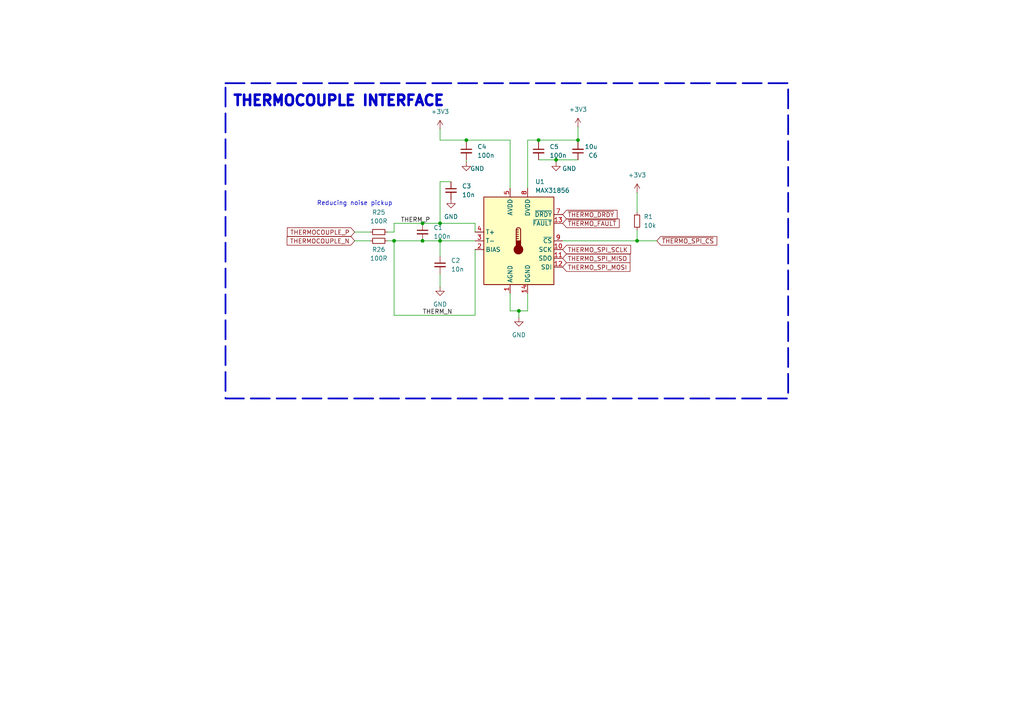
<source format=kicad_sch>
(kicad_sch (version 20231120) (generator "eeschema") (generator_version "8.0")
  (paper "A4")
  (title_block (title "ElectroDonkey Reflow Master") (date "2024-06-04") (rev "V1") (company "Electrodonkey") (comment 1 "CC-BY-SA 4.0"))
  (lib_symbols
    (symbol "Device:C_Small" (pin_numbers hide) (pin_names (offset 0.254) hide)
      (property "Reference" "C" (at 0.254 1.778 0))
      (property "Value" "C_Small" (at 0.254 -2.032 0))
      (symbol "C_Small_0_1"
        (polyline (pts (xy -1.524 -0.508) (xy 1.524 -0.508)) (stroke (width 0.3302)))
        (polyline (pts (xy -1.524 0.508) (xy 1.524 0.508)) (stroke (width 0.3048)))
      )
      (symbol "C_Small_1_1"
        (pin passive line (at 0 2.54 270) (length 2.032) (name "~") (number "1"))
        (pin passive line (at 0 -2.54 90) (length 2.032) (name "~") (number "2"))
      )
    )
    (symbol "Device:R_Small" (pin_numbers hide) (pin_names (offset 0.254) hide)
      (property "Reference" "R" (at 0.762 0.508 0))
      (property "Value" "R_Small" (at 0.762 -1.016 0))
      (symbol "R_Small_0_1"
        (rectangle (start -0.762 1.778) (end 0.762 -1.778) (stroke (width 0.2032)))
      )
      (symbol "R_Small_1_1"
        (pin passive line (at 0 2.54 270) (length 0.762) (name "~") (number "1"))
        (pin passive line (at 0 -2.54 90) (length 0.762) (name "~") (number "2"))
      )
    )
    (symbol "Sensor_Temperature:MAX31856"
      (property "Reference" "U" (at -7.62 13.97 0))
      (property "Value" "MAX31856" (at 13.97 13.97 0))
      (symbol "MAX31856_0_1"
        (rectangle (start -10.16 12.7) (end 10.16 -12.7) (stroke (width 0.254)) (fill (type background)))
        (circle (center -0.127 -2.54) (radius 1.27) (stroke (width 0.254)) (fill (type outline)))
        (polyline (pts (xy -0.762 0.635) (xy -0.127 0.635)) (stroke (width 0.254)))
        (polyline (pts (xy -0.762 1.27) (xy -0.127 1.27)) (stroke (width 0.254)))
        (polyline (pts (xy -0.762 1.905) (xy -0.127 1.905)) (stroke (width 0.254)))
        (polyline (pts (xy -0.762 2.54) (xy -0.127 2.54)) (stroke (width 0.254)))
        (polyline (pts (xy -0.762 3.175) (xy -0.762 0)) (stroke (width 0.254)))
        (polyline (pts (xy -0.762 3.175) (xy -0.127 3.175)) (stroke (width 0.254)))
        (polyline (pts (xy 0.508 3.175) (xy 0.508 0)) (stroke (width 0.254)))
        (rectangle (start 0.508 -1.905) (end -0.762 0) (stroke (width 0.254)) (fill (type outline)))
        (arc (start 0.508 3.175) (mid -0.127 3.8073) (end -0.762 3.175) (stroke (width 0.254)))
      )
      (symbol "MAX31856_1_1"
        (pin power_in line (at -2.54 -15.24 90) (length 2.54) (name "AGND") (number "1"))
        (pin input line (at 12.7 -2.54 180) (length 2.54) (name "SCK") (number "10"))
        (pin output line (at 12.7 -5.08 180) (length 2.54) (name "SDO") (number "11"))
        (pin input line (at 12.7 -7.62 180) (length 2.54) (name "SDI") (number "12"))
        (pin output line (at 12.7 5.08 180) (length 2.54) (name "~{FAULT}") (number "13"))
        (pin power_in line (at 2.54 -15.24 90) (length 2.54) (name "DGND") (number "14"))
        (pin input line (at -12.7 -2.54 0) (length 2.54) (name "BIAS") (number "2"))
        (pin input line (at -12.7 0 0) (length 2.54) (name "T-") (number "3"))
        (pin input line (at -12.7 2.54 0) (length 2.54) (name "T+") (number "4"))
        (pin power_in line (at -2.54 15.24 270) (length 2.54) (name "AVDD") (number "5"))
        (pin no_connect line (at -10.16 -7.62 0) (length 2.54) hide (name "DNC") (number "6"))
        (pin output line (at 12.7 7.62 180) (length 2.54) (name "~{DRDY}") (number "7"))
        (pin power_in line (at 2.54 15.24 270) (length 2.54) (name "DVDD") (number "8"))
        (pin input line (at 12.7 0 180) (length 2.54) (name "~{CS}") (number "9"))
      )
    )
    (symbol "power:+3V3" (power) (pin_numbers hide) (pin_names (offset 0) hide)
      (property "Value" "+3V3" (at 0 3.556 0))
      (symbol "+3V3_0_1"
        (polyline (pts (xy -0.762 1.27) (xy 0 2.54)))
        (polyline (pts (xy 0 0) (xy 0 2.54)))
        (polyline (pts (xy 0 2.54) (xy 0.762 1.27)))
      )
      (symbol "+3V3_1_1"
        (pin power_in line (at 0 0 90) (length 0) (name "~") (number "1"))
      )
    )
    (symbol "power:GND" (power) (pin_numbers hide) (pin_names (offset 0) hide)
      (property "Value" "GND" (at 0 -3.81 0))
      (symbol "GND_0_1"
        (polyline (pts (xy 0 0) (xy 0 -1.27) (xy 1.27 -1.27) (xy 0 -2.54) (xy -1.27 -1.27) (xy 0 -1.27)))
      )
      (symbol "GND_1_1"
        (pin power_in line (at 0 0 270) (length 0) (name "~") (number "1"))
      )
    )
  )
  (junction (at 135.255 40.64))
  (junction (at 127.635 69.85))
  (junction (at 184.785 69.85))
  (junction (at 156.21 40.64))
  (junction (at 122.555 64.77))
  (junction (at 114.3 69.85))
  (junction (at 150.495 90.17))
  (junction (at 161.29 46.355))
  (junction (at 127.635 64.77))
  (junction (at 122.555 69.85))
  (junction (at 167.64 40.64))
  (wire (pts (xy 184.785 69.85) (xy 163.195 69.85)))
  (wire (pts (xy 147.955 40.64) (xy 147.955 54.61)))
  (wire (pts (xy 102.87 69.85) (xy 107.315 69.85)))
  (wire (pts (xy 127.635 69.85) (xy 137.795 69.85)))
  (wire (pts (xy 135.255 46.355) (xy 135.255 46.99)))
  (wire (pts (xy 130.81 52.705) (xy 127.635 52.705)))
  (wire (pts (xy 114.3 69.85) (xy 114.3 91.44)))
  (wire (pts (xy 137.795 64.77) (xy 127.635 64.77)))
  (wire (pts (xy 135.255 40.64) (xy 135.255 41.275)))
  (wire (pts (xy 156.21 40.64) (xy 167.64 40.64)))
  (wire (pts (xy 153.035 90.17) (xy 153.035 85.09)))
  (wire (pts (xy 112.395 67.31) (xy 114.3 67.31)))
  (wire (pts (xy 161.29 46.355) (xy 161.29 46.99)))
  (wire (pts (xy 156.21 40.64) (xy 156.21 41.275)))
  (wire (pts (xy 127.635 79.375) (xy 127.635 83.185)))
  (wire (pts (xy 137.795 91.44) (xy 114.3 91.44)))
  (wire (pts (xy 122.555 69.85) (xy 127.635 69.85)))
  (wire (pts (xy 122.555 64.77) (xy 114.3 64.77)))
  (wire (pts (xy 190.5 69.85) (xy 184.785 69.85)))
  (wire (pts (xy 150.495 90.17) (xy 153.035 90.17)))
  (wire (pts (xy 127.635 74.295) (xy 127.635 69.85)))
  (wire (pts (xy 112.395 69.85) (xy 114.3 69.85)))
  (wire (pts (xy 137.795 67.31) (xy 137.795 64.77)))
  (wire (pts (xy 147.955 90.17) (xy 150.495 90.17)))
  (wire (pts (xy 161.29 46.355) (xy 167.64 46.355)))
  (wire (pts (xy 167.64 36.83) (xy 167.64 40.64)))
  (wire (pts (xy 127.635 40.64) (xy 135.255 40.64)))
  (wire (pts (xy 102.87 67.31) (xy 107.315 67.31)))
  (wire (pts (xy 127.635 64.77) (xy 122.555 64.77)))
  (wire (pts (xy 127.635 37.465) (xy 127.635 40.64)))
  (wire (pts (xy 127.635 52.705) (xy 127.635 64.77)))
  (wire (pts (xy 135.255 40.64) (xy 147.955 40.64)))
  (wire (pts (xy 137.795 91.44) (xy 137.795 72.39)))
  (wire (pts (xy 114.3 64.77) (xy 114.3 67.31)))
  (wire (pts (xy 184.785 66.675) (xy 184.785 69.85)))
  (wire (pts (xy 184.785 55.88) (xy 184.785 61.595)))
  (wire (pts (xy 147.955 85.09) (xy 147.955 90.17)))
  (wire (pts (xy 156.21 46.355) (xy 161.29 46.355)))
  (wire (pts (xy 150.495 90.17) (xy 150.495 92.075)))
  (wire (pts (xy 153.035 40.64) (xy 153.035 54.61)))
  (wire (pts (xy 156.21 40.64) (xy 153.035 40.64)))
  (wire (pts (xy 167.64 40.64) (xy 167.64 41.275)))
  (wire (pts (xy 114.3 69.85) (xy 122.555 69.85)))
  (rectangle (start 65.405 24.13) (end 228.6 115.57) (stroke (width 0.5) (type dash)))
  (text "Reducing noise pickup" (at 102.87 59.055 0) (effects (font (size 1.27 1.27))))
  (text "THERMOCOUPLE INTERFACE" (at 67.31 31.115 0) (effects (font (size 3 3) (thickness 1) (bold yes)) (justify left bottom)))
  (label "THERM_P" (at 116.205 64.77 0))
  (label "THERM_N" (at 122.555 91.44 0))
  (global_label "THERMO_SPI_MOSI" (shape input) (at 163.195 77.47 0) (property "Intersheetrefs" "${INTERSHEET_REFS}" (effects (hide yes))))
  (global_label "~{THERMO_FAULT}" (shape input) (at 163.195 64.77 0) (property "Intersheetrefs" "${INTERSHEET_REFS}" (effects (hide yes))))
  (global_label "~{THERMO_SPI_CS}" (shape input) (at 190.5 69.85 0) (property "Intersheetrefs" "${INTERSHEET_REFS}" (effects (hide yes))))
  (global_label "~{THERMO_DRDY}" (shape input) (at 163.195 62.23 0) (property "Intersheetrefs" "${INTERSHEET_REFS}" (effects (hide yes))))
  (global_label "THERMOCOUPLE_P" (shape input) (at 102.87 67.31 180) (property "Intersheetrefs" "${INTERSHEET_REFS}" (effects (hide yes))))
  (global_label "THERMO_SPI_MISO" (shape input) (at 163.195 74.93 0) (property "Intersheetrefs" "${INTERSHEET_REFS}" (effects (hide yes))))
  (global_label "THERMOCOUPLE_N" (shape input) (at 102.87 69.85 180) (property "Intersheetrefs" "${INTERSHEET_REFS}" (effects (hide yes))))
  (global_label "THERMO_SPI_SCLK" (shape input) (at 163.195 72.39 0) (property "Intersheetrefs" "${INTERSHEET_REFS}" (effects (hide yes))))
  (symbol (lib_id "Device:C_Small") (at 156.21 43.815 0) (unit 1)
    (property "Reference" "C5" (at 159.385 42.5512 0) (effects (justify left)))
    (property "Value" "100n" (at 159.385 45.0912 0) (effects (justify left)))
    (property "Footprint" "Capacitor_SMD:C_0603_1608Metric_Pad1.08x0.95mm_HandSolder" (effects (hide yes)))
    (property "Description" "Unpolarized capacitor, small symbol" (effects (hide yes)))
  )
  (symbol (lib_id "Device:R_Small") (at 184.785 64.135 0) (unit 1)
    (property "Reference" "R1" (at 186.69 62.8649 0) (effects (justify left)))
    (property "Value" "10k" (at 186.69 65.4049 0) (effects (justify left)))
    (property "Footprint" "Resistor_SMD:R_0603_1608Metric_Pad0.98x0.95mm_HandSolder" (effects (hide yes)))
    (property "Description" "Resistor, small symbol" (effects (hide yes)))
  )
  (symbol (lib_id "power:GND") (at 135.255 46.99 0) (unit 1)
    (property "Reference" "#PWR04" (effects (hide yes)))
    (property "Value" "GND" (at 138.43 48.895 0))
    (property "Description" "Power symbol creates a global label with name \"GND\" , ground" (effects (hide yes)))
  )
  (symbol (lib_id "Device:C_Small") (at 167.64 43.815 180) (unit 1)
    (property "Reference" "C6" (at 173.355 45.085 0) (effects (justify left)))
    (property "Value" "10u" (at 173.355 42.545 0) (effects (justify left)))
    (property "Footprint" "Capacitor_SMD:C_0603_1608Metric_Pad1.08x0.95mm_HandSolder" (effects (hide yes)))
    (property "Description" "Unpolarized capacitor, small symbol" (effects (hide yes)))
  )
  (symbol (lib_id "power:GND") (at 150.495 92.075 0) (unit 1)
    (property "Reference" "#PWR05" (effects (hide yes)))
    (property "Value" "GND" (at 150.495 97.155 0))
    (property "Description" "Power symbol creates a global label with name \"GND\" , ground" (effects (hide yes)))
  )
  (symbol (lib_id "power:+3V3") (at 184.785 55.88 0) (unit 1)
    (property "Reference" "#PWR06" (effects (hide yes)))
    (property "Value" "+3V3" (at 184.785 50.8 0))
    (property "Description" "Power symbol creates a global label with name \"+3V3\"" (effects (hide yes)))
  )
  (symbol (lib_id "Device:C_Small") (at 122.555 67.31 0) (unit 1)
    (property "Reference" "C1" (at 125.73 66.0462 0) (effects (justify left)))
    (property "Value" "100n" (at 125.73 68.5862 0) (effects (justify left)))
    (property "Footprint" "Capacitor_SMD:C_0603_1608Metric_Pad1.08x0.95mm_HandSolder" (effects (hide yes)))
    (property "Description" "Unpolarized capacitor, small symbol" (effects (hide yes)))
  )
  (symbol (lib_id "Device:R_Small") (at 109.855 67.31 90) (unit 1)
    (property "Reference" "R25" (at 109.855 61.595 90))
    (property "Value" "100R" (at 109.855 64.135 90))
    (property "Footprint" "Resistor_SMD:R_0603_1608Metric_Pad0.98x0.95mm_HandSolder" (effects (hide yes)))
    (property "Description" "Resistor, small symbol" (effects (hide yes)))
  )
  (symbol (lib_id "Sensor_Temperature:MAX31856") (at 150.495 69.85 0) (unit 1)
    (property "Reference" "U1" (at 155.2291 52.705 0) (effects (justify left)))
    (property "Value" "MAX31856" (at 155.2291 55.245 0) (effects (justify left)))
    (property "Footprint" "Package_SO:TSSOP-14_4.4x5mm_P0.65mm" (effects (hide yes)))
    (property "Datasheet" "https://datasheets.maximintegrated.com/en/ds/MAX31856.pdf" (effects (hide yes)))
    (property "Description" "Precision Thermocouple to Digital Converter with Linearization, TSSOP-14" (effects (hide yes)))
    (property "mfr" "MAX31856MUD+T" (effects (hide yes)))
    (property "mfg" "MAX31856" (effects (hide yes)))
  )
  (symbol (lib_id "Device:C_Small") (at 135.255 43.815 0) (unit 1)
    (property "Reference" "C4" (at 138.43 42.5512 0) (effects (justify left)))
    (property "Value" "100n" (at 138.43 45.0912 0) (effects (justify left)))
    (property "Footprint" "Capacitor_SMD:C_0603_1608Metric_Pad1.08x0.95mm_HandSolder" (effects (hide yes)))
    (property "Description" "Unpolarized capacitor, small symbol" (effects (hide yes)))
  )
  (symbol (lib_id "Device:R_Small") (at 109.855 69.85 270) (unit 1)
    (property "Reference" "R26" (at 109.855 72.39 90))
    (property "Value" "100R" (at 109.855 74.93 90))
    (property "Footprint" "Resistor_SMD:R_0603_1608Metric_Pad0.98x0.95mm_HandSolder" (effects (hide yes)))
    (property "Description" "Resistor, small symbol" (effects (hide yes)))
  )
  (symbol (lib_id "power:GND") (at 161.29 46.99 0) (unit 1)
    (property "Reference" "#PWR012" (effects (hide yes)))
    (property "Value" "GND" (at 165.1 48.895 0))
    (property "Description" "Power symbol creates a global label with name \"GND\" , ground" (effects (hide yes)))
  )
  (symbol (lib_id "power:+3V3") (at 127.635 37.465 0) (unit 1)
    (property "Reference" "#PWR01" (effects (hide yes)))
    (property "Value" "+3V3" (at 127.635 32.385 0))
    (property "Description" "Power symbol creates a global label with name \"+3V3\"" (effects (hide yes)))
  )
  (symbol (lib_id "Device:C_Small") (at 127.635 76.835 0) (unit 1)
    (property "Reference" "C2" (at 130.81 75.5712 0) (effects (justify left)))
    (property "Value" "10n" (at 130.81 78.1112 0) (effects (justify left)))
    (property "Footprint" "Capacitor_SMD:C_0603_1608Metric_Pad1.08x0.95mm_HandSolder" (effects (hide yes)))
    (property "Description" "Unpolarized capacitor, small symbol" (effects (hide yes)))
  )
  (symbol (lib_id "power:GND") (at 127.635 83.185 0) (unit 1)
    (property "Reference" "#PWR02" (effects (hide yes)))
    (property "Value" "GND" (at 127.635 88.265 0))
    (property "Description" "Power symbol creates a global label with name \"GND\" , ground" (effects (hide yes)))
  )
  (symbol (lib_id "power:+3V3") (at 167.64 36.83 0) (unit 1)
    (property "Reference" "#PWR014" (effects (hide yes)))
    (property "Value" "+3V3" (at 167.64 31.75 0))
    (property "Description" "Power symbol creates a global label with name \"+3V3\"" (effects (hide yes)))
  )
  (symbol (lib_id "power:GND") (at 130.81 57.785 0) (unit 1)
    (property "Reference" "#PWR03" (effects (hide yes)))
    (property "Value" "GND" (at 130.81 62.865 0))
    (property "Description" "Power symbol creates a global label with name \"GND\" , ground" (effects (hide yes)))
  )
  (symbol (lib_id "Device:C_Small") (at 130.81 55.245 0) (unit 1)
    (property "Reference" "C3" (at 133.985 53.9812 0) (effects (justify left)))
    (property "Value" "10n" (at 133.985 56.5212 0) (effects (justify left)))
    (property "Footprint" "Capacitor_SMD:C_0603_1608Metric_Pad1.08x0.95mm_HandSolder" (effects (hide yes)))
    (property "Description" "Unpolarized capacitor, small symbol" (effects (hide yes)))
  )
)
</source>
